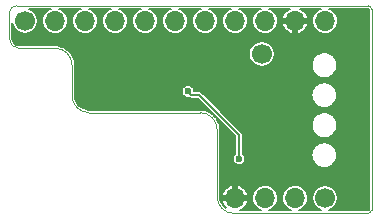
<source format=gbl>
G04 #@! TF.GenerationSoftware,KiCad,Pcbnew,5.0.1*
G04 #@! TF.CreationDate,2019-10-27T19:11:33+01:00*
G04 #@! TF.ProjectId,OtterPill-CAN,4F7474657250696C6C2D43414E2E6B69,rev?*
G04 #@! TF.SameCoordinates,Original*
G04 #@! TF.FileFunction,Copper,L2,Bot,Signal*
G04 #@! TF.FilePolarity,Positive*
%FSLAX46Y46*%
G04 Gerber Fmt 4.6, Leading zero omitted, Abs format (unit mm)*
G04 Created by KiCad (PCBNEW 5.0.1) date Sun 27 Oct 2019 07:11:33 PM CET*
%MOMM*%
%LPD*%
G01*
G04 APERTURE LIST*
G04 #@! TA.AperFunction,NonConductor*
%ADD10C,0.050000*%
G04 #@! TD*
G04 #@! TA.AperFunction,ComponentPad*
%ADD11C,1.700000*%
G04 #@! TD*
G04 #@! TA.AperFunction,ComponentPad*
%ADD12O,1.700000X1.700000*%
G04 #@! TD*
G04 #@! TA.AperFunction,ViaPad*
%ADD13C,0.600000*%
G04 #@! TD*
G04 #@! TA.AperFunction,Conductor*
%ADD14C,0.157000*%
G04 #@! TD*
G04 APERTURE END LIST*
D10*
X63200000Y-37100000D02*
G75*
G02X62900000Y-37400000I-300000J0D01*
G01*
X62900000Y-19800000D02*
G75*
G02X63200000Y-20100000I0J-300000D01*
G01*
X32530000Y-20410000D02*
G75*
G02X33140000Y-19800000I610000J0D01*
G01*
X33320000Y-23405246D02*
X36404426Y-23405246D01*
X32530000Y-22615246D02*
G75*
G03X33320000Y-23405246I790000J0D01*
G01*
X37834459Y-24835279D02*
G75*
G03X36404426Y-23405246I-1430033J0D01*
G01*
X37834459Y-27430000D02*
X37834459Y-24835279D01*
X50115574Y-35969966D02*
G75*
G03X51545608Y-37400000I1430034J0D01*
G01*
X37834459Y-27430000D02*
G75*
G03X39264493Y-28860034I1430034J0D01*
G01*
X48690000Y-28860000D02*
X39260000Y-28860000D01*
X50115574Y-30290034D02*
G75*
G03X48685540Y-28860000I-1430034J0D01*
G01*
X50115574Y-35964754D02*
X50115574Y-30294754D01*
X32530000Y-20410000D02*
X32530000Y-22615246D01*
X62900000Y-19800000D02*
X33140000Y-19800000D01*
X63200000Y-20110000D02*
X63200000Y-37100000D01*
X51540000Y-37400000D02*
X62900000Y-37400000D01*
D11*
G04 #@! TO.P,J7,1*
G04 #@! TO.N,Net-(J7-Pad1)*
X53900000Y-23900000D03*
G04 #@! TD*
G04 #@! TO.P,J1,1*
G04 #@! TO.N,315*
X59260000Y-36100000D03*
D12*
G04 #@! TO.P,J1,2*
G04 #@! TO.N,314*
X56720000Y-36100000D03*
G04 #@! TO.P,J1,3*
G04 #@! TO.N,TXD*
X54180000Y-36100000D03*
G04 #@! TO.P,J1,4*
G04 #@! TO.N,GND*
X51640000Y-36100000D03*
G04 #@! TD*
D11*
G04 #@! TO.P,J2,1*
G04 #@! TO.N,RXD*
X33860000Y-21100000D03*
D12*
G04 #@! TO.P,J2,2*
G04 #@! TO.N,46*
X36400000Y-21100000D03*
G04 #@! TO.P,J2,3*
G04 #@! TO.N,47*
X38940000Y-21100000D03*
G04 #@! TO.P,J2,4*
G04 #@! TO.N,48*
X41480000Y-21100000D03*
G04 #@! TO.P,J2,5*
G04 #@! TO.N,49*
X44020000Y-21100000D03*
G04 #@! TO.P,J2,6*
G04 #@! TO.N,410*
X46560000Y-21100000D03*
G04 #@! TO.P,J2,7*
G04 #@! TO.N,411*
X49100000Y-21100000D03*
G04 #@! TO.P,J2,8*
G04 #@! TO.N,+3V3*
X51640000Y-21100000D03*
G04 #@! TO.P,J2,9*
G04 #@! TO.N,413*
X54180000Y-21100000D03*
G04 #@! TO.P,J2,10*
G04 #@! TO.N,GND*
X56720000Y-21100000D03*
G04 #@! TO.P,J2,11*
G04 #@! TO.N,VIN*
X59260000Y-21100000D03*
G04 #@! TD*
D13*
G04 #@! TO.N,GND*
X57610000Y-27350000D03*
X57620000Y-29850000D03*
X56590000Y-27350000D03*
X56560000Y-29870000D03*
X58280000Y-28610000D03*
X45910000Y-25330000D03*
X46020000Y-27880000D03*
X42350000Y-23850000D03*
X46920000Y-23920000D03*
X56230000Y-24620000D03*
X53720000Y-27330000D03*
X53710000Y-29840000D03*
X40110000Y-23460000D03*
X38050000Y-23590000D03*
X39920000Y-28090000D03*
X54310000Y-33110000D03*
X57660000Y-33420000D03*
G04 #@! TO.N,+3V3*
X51970000Y-32770000D03*
X47650000Y-27070000D03*
G04 #@! TD*
D14*
G04 #@! TO.N,+3V3*
X47949999Y-27369999D02*
X48599999Y-27369999D01*
X47650000Y-27070000D02*
X47949999Y-27369999D01*
X51970000Y-30740000D02*
X51970000Y-32770000D01*
X48599999Y-27369999D02*
X51970000Y-30740000D01*
G04 #@! TD*
G04 #@! TO.N,GND*
G36*
X35982587Y-20092277D02*
X35794011Y-20193073D01*
X35628722Y-20328722D01*
X35493073Y-20494011D01*
X35392277Y-20682587D01*
X35330206Y-20887205D01*
X35309248Y-21100000D01*
X35330206Y-21312795D01*
X35392277Y-21517413D01*
X35493073Y-21705989D01*
X35628722Y-21871278D01*
X35794011Y-22006927D01*
X35982587Y-22107723D01*
X36187205Y-22169794D01*
X36346674Y-22185500D01*
X36453326Y-22185500D01*
X36612795Y-22169794D01*
X36817413Y-22107723D01*
X37005989Y-22006927D01*
X37171278Y-21871278D01*
X37306927Y-21705989D01*
X37407723Y-21517413D01*
X37469794Y-21312795D01*
X37490752Y-21100000D01*
X37469794Y-20887205D01*
X37407723Y-20682587D01*
X37306927Y-20494011D01*
X37171278Y-20328722D01*
X37005989Y-20193073D01*
X36817413Y-20092277D01*
X36712660Y-20060500D01*
X38627340Y-20060500D01*
X38522587Y-20092277D01*
X38334011Y-20193073D01*
X38168722Y-20328722D01*
X38033073Y-20494011D01*
X37932277Y-20682587D01*
X37870206Y-20887205D01*
X37849248Y-21100000D01*
X37870206Y-21312795D01*
X37932277Y-21517413D01*
X38033073Y-21705989D01*
X38168722Y-21871278D01*
X38334011Y-22006927D01*
X38522587Y-22107723D01*
X38727205Y-22169794D01*
X38886674Y-22185500D01*
X38993326Y-22185500D01*
X39152795Y-22169794D01*
X39357413Y-22107723D01*
X39545989Y-22006927D01*
X39711278Y-21871278D01*
X39846927Y-21705989D01*
X39947723Y-21517413D01*
X40009794Y-21312795D01*
X40030752Y-21100000D01*
X40009794Y-20887205D01*
X39947723Y-20682587D01*
X39846927Y-20494011D01*
X39711278Y-20328722D01*
X39545989Y-20193073D01*
X39357413Y-20092277D01*
X39252660Y-20060500D01*
X41167340Y-20060500D01*
X41062587Y-20092277D01*
X40874011Y-20193073D01*
X40708722Y-20328722D01*
X40573073Y-20494011D01*
X40472277Y-20682587D01*
X40410206Y-20887205D01*
X40389248Y-21100000D01*
X40410206Y-21312795D01*
X40472277Y-21517413D01*
X40573073Y-21705989D01*
X40708722Y-21871278D01*
X40874011Y-22006927D01*
X41062587Y-22107723D01*
X41267205Y-22169794D01*
X41426674Y-22185500D01*
X41533326Y-22185500D01*
X41692795Y-22169794D01*
X41897413Y-22107723D01*
X42085989Y-22006927D01*
X42251278Y-21871278D01*
X42386927Y-21705989D01*
X42487723Y-21517413D01*
X42549794Y-21312795D01*
X42570752Y-21100000D01*
X42549794Y-20887205D01*
X42487723Y-20682587D01*
X42386927Y-20494011D01*
X42251278Y-20328722D01*
X42085989Y-20193073D01*
X41897413Y-20092277D01*
X41792660Y-20060500D01*
X43707340Y-20060500D01*
X43602587Y-20092277D01*
X43414011Y-20193073D01*
X43248722Y-20328722D01*
X43113073Y-20494011D01*
X43012277Y-20682587D01*
X42950206Y-20887205D01*
X42929248Y-21100000D01*
X42950206Y-21312795D01*
X43012277Y-21517413D01*
X43113073Y-21705989D01*
X43248722Y-21871278D01*
X43414011Y-22006927D01*
X43602587Y-22107723D01*
X43807205Y-22169794D01*
X43966674Y-22185500D01*
X44073326Y-22185500D01*
X44232795Y-22169794D01*
X44437413Y-22107723D01*
X44625989Y-22006927D01*
X44791278Y-21871278D01*
X44926927Y-21705989D01*
X45027723Y-21517413D01*
X45089794Y-21312795D01*
X45110752Y-21100000D01*
X45089794Y-20887205D01*
X45027723Y-20682587D01*
X44926927Y-20494011D01*
X44791278Y-20328722D01*
X44625989Y-20193073D01*
X44437413Y-20092277D01*
X44332660Y-20060500D01*
X46247340Y-20060500D01*
X46142587Y-20092277D01*
X45954011Y-20193073D01*
X45788722Y-20328722D01*
X45653073Y-20494011D01*
X45552277Y-20682587D01*
X45490206Y-20887205D01*
X45469248Y-21100000D01*
X45490206Y-21312795D01*
X45552277Y-21517413D01*
X45653073Y-21705989D01*
X45788722Y-21871278D01*
X45954011Y-22006927D01*
X46142587Y-22107723D01*
X46347205Y-22169794D01*
X46506674Y-22185500D01*
X46613326Y-22185500D01*
X46772795Y-22169794D01*
X46977413Y-22107723D01*
X47165989Y-22006927D01*
X47331278Y-21871278D01*
X47466927Y-21705989D01*
X47567723Y-21517413D01*
X47629794Y-21312795D01*
X47650752Y-21100000D01*
X47629794Y-20887205D01*
X47567723Y-20682587D01*
X47466927Y-20494011D01*
X47331278Y-20328722D01*
X47165989Y-20193073D01*
X46977413Y-20092277D01*
X46872660Y-20060500D01*
X48787340Y-20060500D01*
X48682587Y-20092277D01*
X48494011Y-20193073D01*
X48328722Y-20328722D01*
X48193073Y-20494011D01*
X48092277Y-20682587D01*
X48030206Y-20887205D01*
X48009248Y-21100000D01*
X48030206Y-21312795D01*
X48092277Y-21517413D01*
X48193073Y-21705989D01*
X48328722Y-21871278D01*
X48494011Y-22006927D01*
X48682587Y-22107723D01*
X48887205Y-22169794D01*
X49046674Y-22185500D01*
X49153326Y-22185500D01*
X49312795Y-22169794D01*
X49517413Y-22107723D01*
X49705989Y-22006927D01*
X49871278Y-21871278D01*
X50006927Y-21705989D01*
X50107723Y-21517413D01*
X50169794Y-21312795D01*
X50190752Y-21100000D01*
X50169794Y-20887205D01*
X50107723Y-20682587D01*
X50006927Y-20494011D01*
X49871278Y-20328722D01*
X49705989Y-20193073D01*
X49517413Y-20092277D01*
X49412660Y-20060500D01*
X51327340Y-20060500D01*
X51222587Y-20092277D01*
X51034011Y-20193073D01*
X50868722Y-20328722D01*
X50733073Y-20494011D01*
X50632277Y-20682587D01*
X50570206Y-20887205D01*
X50549248Y-21100000D01*
X50570206Y-21312795D01*
X50632277Y-21517413D01*
X50733073Y-21705989D01*
X50868722Y-21871278D01*
X51034011Y-22006927D01*
X51222587Y-22107723D01*
X51427205Y-22169794D01*
X51586674Y-22185500D01*
X51693326Y-22185500D01*
X51852795Y-22169794D01*
X52057413Y-22107723D01*
X52245989Y-22006927D01*
X52411278Y-21871278D01*
X52546927Y-21705989D01*
X52647723Y-21517413D01*
X52709794Y-21312795D01*
X52730752Y-21100000D01*
X52709794Y-20887205D01*
X52647723Y-20682587D01*
X52546927Y-20494011D01*
X52411278Y-20328722D01*
X52245989Y-20193073D01*
X52057413Y-20092277D01*
X51952660Y-20060500D01*
X53867340Y-20060500D01*
X53762587Y-20092277D01*
X53574011Y-20193073D01*
X53408722Y-20328722D01*
X53273073Y-20494011D01*
X53172277Y-20682587D01*
X53110206Y-20887205D01*
X53089248Y-21100000D01*
X53110206Y-21312795D01*
X53172277Y-21517413D01*
X53273073Y-21705989D01*
X53408722Y-21871278D01*
X53574011Y-22006927D01*
X53762587Y-22107723D01*
X53967205Y-22169794D01*
X54126674Y-22185500D01*
X54233326Y-22185500D01*
X54392795Y-22169794D01*
X54597413Y-22107723D01*
X54785989Y-22006927D01*
X54951278Y-21871278D01*
X55086927Y-21705989D01*
X55187723Y-21517413D01*
X55208861Y-21447729D01*
X55646400Y-21447729D01*
X55734867Y-21650496D01*
X55861192Y-21832108D01*
X56020521Y-21985586D01*
X56206731Y-22105031D01*
X56372272Y-22173591D01*
X56544500Y-22144230D01*
X56544500Y-21275500D01*
X56895500Y-21275500D01*
X56895500Y-22144230D01*
X57067728Y-22173591D01*
X57233269Y-22105031D01*
X57419479Y-21985586D01*
X57578808Y-21832108D01*
X57705133Y-21650496D01*
X57793600Y-21447729D01*
X57765154Y-21275500D01*
X56895500Y-21275500D01*
X56544500Y-21275500D01*
X55674846Y-21275500D01*
X55646400Y-21447729D01*
X55208861Y-21447729D01*
X55249794Y-21312795D01*
X55270752Y-21100000D01*
X55249794Y-20887205D01*
X55187723Y-20682587D01*
X55086927Y-20494011D01*
X54951278Y-20328722D01*
X54785989Y-20193073D01*
X54597413Y-20092277D01*
X54492660Y-20060500D01*
X56289958Y-20060500D01*
X56206731Y-20094969D01*
X56020521Y-20214414D01*
X55861192Y-20367892D01*
X55734867Y-20549504D01*
X55646400Y-20752271D01*
X55674846Y-20924500D01*
X56544500Y-20924500D01*
X56544500Y-20904500D01*
X56895500Y-20904500D01*
X56895500Y-20924500D01*
X57765154Y-20924500D01*
X57793600Y-20752271D01*
X57705133Y-20549504D01*
X57578808Y-20367892D01*
X57419479Y-20214414D01*
X57233269Y-20094969D01*
X57150042Y-20060500D01*
X58947340Y-20060500D01*
X58842587Y-20092277D01*
X58654011Y-20193073D01*
X58488722Y-20328722D01*
X58353073Y-20494011D01*
X58252277Y-20682587D01*
X58190206Y-20887205D01*
X58169248Y-21100000D01*
X58190206Y-21312795D01*
X58252277Y-21517413D01*
X58353073Y-21705989D01*
X58488722Y-21871278D01*
X58654011Y-22006927D01*
X58842587Y-22107723D01*
X59047205Y-22169794D01*
X59206674Y-22185500D01*
X59313326Y-22185500D01*
X59472795Y-22169794D01*
X59677413Y-22107723D01*
X59865989Y-22006927D01*
X60031278Y-21871278D01*
X60166927Y-21705989D01*
X60267723Y-21517413D01*
X60329794Y-21312795D01*
X60350752Y-21100000D01*
X60329794Y-20887205D01*
X60267723Y-20682587D01*
X60166927Y-20494011D01*
X60031278Y-20328722D01*
X59865989Y-20193073D01*
X59677413Y-20092277D01*
X59572660Y-20060500D01*
X62887260Y-20060500D01*
X62907432Y-20062478D01*
X62914573Y-20064634D01*
X62921165Y-20068139D01*
X62926955Y-20072861D01*
X62931710Y-20078608D01*
X62935262Y-20085179D01*
X62937470Y-20092311D01*
X62939500Y-20111624D01*
X62939501Y-37087250D01*
X62937522Y-37107432D01*
X62935366Y-37114575D01*
X62931862Y-37121163D01*
X62927140Y-37126954D01*
X62921389Y-37131711D01*
X62914821Y-37135263D01*
X62907690Y-37137470D01*
X62888376Y-37139500D01*
X59586974Y-37139500D01*
X59774177Y-37061957D01*
X59951966Y-36943163D01*
X60103163Y-36791966D01*
X60221957Y-36614177D01*
X60303785Y-36416629D01*
X60345500Y-36206912D01*
X60345500Y-35993088D01*
X60303785Y-35783371D01*
X60221957Y-35585823D01*
X60103163Y-35408034D01*
X59951966Y-35256837D01*
X59774177Y-35138043D01*
X59576629Y-35056215D01*
X59366912Y-35014500D01*
X59153088Y-35014500D01*
X58943371Y-35056215D01*
X58745823Y-35138043D01*
X58568034Y-35256837D01*
X58416837Y-35408034D01*
X58298043Y-35585823D01*
X58216215Y-35783371D01*
X58174500Y-35993088D01*
X58174500Y-36206912D01*
X58216215Y-36416629D01*
X58298043Y-36614177D01*
X58416837Y-36791966D01*
X58568034Y-36943163D01*
X58745823Y-37061957D01*
X58933026Y-37139500D01*
X57032660Y-37139500D01*
X57137413Y-37107723D01*
X57325989Y-37006927D01*
X57491278Y-36871278D01*
X57626927Y-36705989D01*
X57727723Y-36517413D01*
X57789794Y-36312795D01*
X57810752Y-36100000D01*
X57789794Y-35887205D01*
X57727723Y-35682587D01*
X57626927Y-35494011D01*
X57491278Y-35328722D01*
X57325989Y-35193073D01*
X57137413Y-35092277D01*
X56932795Y-35030206D01*
X56773326Y-35014500D01*
X56666674Y-35014500D01*
X56507205Y-35030206D01*
X56302587Y-35092277D01*
X56114011Y-35193073D01*
X55948722Y-35328722D01*
X55813073Y-35494011D01*
X55712277Y-35682587D01*
X55650206Y-35887205D01*
X55629248Y-36100000D01*
X55650206Y-36312795D01*
X55712277Y-36517413D01*
X55813073Y-36705989D01*
X55948722Y-36871278D01*
X56114011Y-37006927D01*
X56302587Y-37107723D01*
X56407340Y-37139500D01*
X54492660Y-37139500D01*
X54597413Y-37107723D01*
X54785989Y-37006927D01*
X54951278Y-36871278D01*
X55086927Y-36705989D01*
X55187723Y-36517413D01*
X55249794Y-36312795D01*
X55270752Y-36100000D01*
X55249794Y-35887205D01*
X55187723Y-35682587D01*
X55086927Y-35494011D01*
X54951278Y-35328722D01*
X54785989Y-35193073D01*
X54597413Y-35092277D01*
X54392795Y-35030206D01*
X54233326Y-35014500D01*
X54126674Y-35014500D01*
X53967205Y-35030206D01*
X53762587Y-35092277D01*
X53574011Y-35193073D01*
X53408722Y-35328722D01*
X53273073Y-35494011D01*
X53172277Y-35682587D01*
X53110206Y-35887205D01*
X53089248Y-36100000D01*
X53110206Y-36312795D01*
X53172277Y-36517413D01*
X53273073Y-36705989D01*
X53408722Y-36871278D01*
X53574011Y-37006927D01*
X53762587Y-37107723D01*
X53867340Y-37139500D01*
X52070042Y-37139500D01*
X52153269Y-37105031D01*
X52339479Y-36985586D01*
X52498808Y-36832108D01*
X52625133Y-36650496D01*
X52713600Y-36447729D01*
X52685154Y-36275500D01*
X51815500Y-36275500D01*
X51815500Y-36295500D01*
X51464500Y-36295500D01*
X51464500Y-36275500D01*
X50594846Y-36275500D01*
X50566400Y-36447729D01*
X50654867Y-36650496D01*
X50781192Y-36832108D01*
X50881349Y-36928587D01*
X50722392Y-36798944D01*
X50577054Y-36623260D01*
X50468610Y-36422696D01*
X50401185Y-36204882D01*
X50376074Y-35965964D01*
X50376074Y-35752271D01*
X50566400Y-35752271D01*
X50594846Y-35924500D01*
X51464500Y-35924500D01*
X51464500Y-35055770D01*
X51815500Y-35055770D01*
X51815500Y-35924500D01*
X52685154Y-35924500D01*
X52713600Y-35752271D01*
X52625133Y-35549504D01*
X52498808Y-35367892D01*
X52339479Y-35214414D01*
X52153269Y-35094969D01*
X51987728Y-35026409D01*
X51815500Y-35055770D01*
X51464500Y-35055770D01*
X51292272Y-35026409D01*
X51126731Y-35094969D01*
X50940521Y-35214414D01*
X50781192Y-35367892D01*
X50654867Y-35549504D01*
X50566400Y-35752271D01*
X50376074Y-35752271D01*
X50376074Y-30281962D01*
X50376046Y-30281677D01*
X50376037Y-30279138D01*
X50374887Y-30267820D01*
X50374967Y-30256441D01*
X50374612Y-30252822D01*
X50345439Y-29975257D01*
X50340692Y-29952131D01*
X50336268Y-29928936D01*
X50335216Y-29925454D01*
X50252686Y-29658842D01*
X50243529Y-29637058D01*
X50234692Y-29615185D01*
X50232989Y-29611983D01*
X50232985Y-29611974D01*
X50232980Y-29611967D01*
X50100240Y-29366469D01*
X50087028Y-29346881D01*
X50074109Y-29327138D01*
X50071816Y-29324327D01*
X50071811Y-29324320D01*
X50071805Y-29324314D01*
X49893910Y-29109275D01*
X49877172Y-29092653D01*
X49860638Y-29075769D01*
X49857835Y-29073451D01*
X49641553Y-28897055D01*
X49621874Y-28883980D01*
X49602405Y-28870649D01*
X49599211Y-28868923D01*
X49599207Y-28868920D01*
X49599203Y-28868918D01*
X49352781Y-28737894D01*
X49330941Y-28728892D01*
X49309251Y-28719595D01*
X49305777Y-28718520D01*
X49038595Y-28637853D01*
X49015428Y-28633266D01*
X48992340Y-28628358D01*
X48988723Y-28627978D01*
X48743137Y-28603898D01*
X48741067Y-28603270D01*
X48702792Y-28599500D01*
X39276890Y-28599500D01*
X39037572Y-28576034D01*
X38819292Y-28510132D01*
X38617975Y-28403090D01*
X38441277Y-28258978D01*
X38295939Y-28083294D01*
X38187495Y-27882730D01*
X38120070Y-27664916D01*
X38094959Y-27425998D01*
X38094959Y-27017258D01*
X47114500Y-27017258D01*
X47114500Y-27122742D01*
X47135079Y-27226200D01*
X47175446Y-27323654D01*
X47234050Y-27411361D01*
X47308639Y-27485950D01*
X47396346Y-27544554D01*
X47493800Y-27584921D01*
X47597258Y-27605500D01*
X47702742Y-27605500D01*
X47734338Y-27599215D01*
X47774706Y-27632343D01*
X47829255Y-27661501D01*
X47888444Y-27679455D01*
X47949999Y-27685518D01*
X47965420Y-27683999D01*
X48469937Y-27683999D01*
X51656000Y-30870063D01*
X51656001Y-32335767D01*
X51628639Y-32354050D01*
X51554050Y-32428639D01*
X51495446Y-32516346D01*
X51455079Y-32613800D01*
X51434500Y-32717258D01*
X51434500Y-32822742D01*
X51455079Y-32926200D01*
X51495446Y-33023654D01*
X51554050Y-33111361D01*
X51628639Y-33185950D01*
X51716346Y-33244554D01*
X51813800Y-33284921D01*
X51917258Y-33305500D01*
X52022742Y-33305500D01*
X52126200Y-33284921D01*
X52223654Y-33244554D01*
X52311361Y-33185950D01*
X52385950Y-33111361D01*
X52444554Y-33023654D01*
X52484921Y-32926200D01*
X52505500Y-32822742D01*
X52505500Y-32717258D01*
X52484921Y-32613800D01*
X52444554Y-32516346D01*
X52413587Y-32470000D01*
X58109248Y-32470000D01*
X58130206Y-32682795D01*
X58192277Y-32887413D01*
X58293073Y-33075989D01*
X58428722Y-33241278D01*
X58594011Y-33376927D01*
X58782587Y-33477723D01*
X58987205Y-33539794D01*
X59146674Y-33555500D01*
X59253326Y-33555500D01*
X59412795Y-33539794D01*
X59617413Y-33477723D01*
X59805989Y-33376927D01*
X59971278Y-33241278D01*
X60106927Y-33075989D01*
X60207723Y-32887413D01*
X60269794Y-32682795D01*
X60290752Y-32470000D01*
X60269794Y-32257205D01*
X60207723Y-32052587D01*
X60106927Y-31864011D01*
X59971278Y-31698722D01*
X59805989Y-31563073D01*
X59617413Y-31462277D01*
X59412795Y-31400206D01*
X59253326Y-31384500D01*
X59146674Y-31384500D01*
X58987205Y-31400206D01*
X58782587Y-31462277D01*
X58594011Y-31563073D01*
X58428722Y-31698722D01*
X58293073Y-31864011D01*
X58192277Y-32052587D01*
X58130206Y-32257205D01*
X58109248Y-32470000D01*
X52413587Y-32470000D01*
X52385950Y-32428639D01*
X52311361Y-32354050D01*
X52284000Y-32335768D01*
X52284000Y-30755421D01*
X52285519Y-30739999D01*
X52279456Y-30678445D01*
X52261502Y-30619256D01*
X52232344Y-30564707D01*
X52193106Y-30516894D01*
X52181125Y-30507062D01*
X51497151Y-29823088D01*
X58114500Y-29823088D01*
X58114500Y-30036912D01*
X58156215Y-30246629D01*
X58238043Y-30444177D01*
X58356837Y-30621966D01*
X58508034Y-30773163D01*
X58685823Y-30891957D01*
X58883371Y-30973785D01*
X59093088Y-31015500D01*
X59306912Y-31015500D01*
X59516629Y-30973785D01*
X59714177Y-30891957D01*
X59891966Y-30773163D01*
X60043163Y-30621966D01*
X60161957Y-30444177D01*
X60243785Y-30246629D01*
X60285500Y-30036912D01*
X60285500Y-29823088D01*
X60243785Y-29613371D01*
X60161957Y-29415823D01*
X60043163Y-29238034D01*
X59891966Y-29086837D01*
X59714177Y-28968043D01*
X59516629Y-28886215D01*
X59306912Y-28844500D01*
X59093088Y-28844500D01*
X58883371Y-28886215D01*
X58685823Y-28968043D01*
X58508034Y-29086837D01*
X58356837Y-29238034D01*
X58238043Y-29415823D01*
X58156215Y-29613371D01*
X58114500Y-29823088D01*
X51497151Y-29823088D01*
X49064063Y-27390000D01*
X58109248Y-27390000D01*
X58130206Y-27602795D01*
X58192277Y-27807413D01*
X58293073Y-27995989D01*
X58428722Y-28161278D01*
X58594011Y-28296927D01*
X58782587Y-28397723D01*
X58987205Y-28459794D01*
X59146674Y-28475500D01*
X59253326Y-28475500D01*
X59412795Y-28459794D01*
X59617413Y-28397723D01*
X59805989Y-28296927D01*
X59971278Y-28161278D01*
X60106927Y-27995989D01*
X60207723Y-27807413D01*
X60269794Y-27602795D01*
X60290752Y-27390000D01*
X60269794Y-27177205D01*
X60207723Y-26972587D01*
X60106927Y-26784011D01*
X59971278Y-26618722D01*
X59805989Y-26483073D01*
X59617413Y-26382277D01*
X59412795Y-26320206D01*
X59253326Y-26304500D01*
X59146674Y-26304500D01*
X58987205Y-26320206D01*
X58782587Y-26382277D01*
X58594011Y-26483073D01*
X58428722Y-26618722D01*
X58293073Y-26784011D01*
X58192277Y-26972587D01*
X58130206Y-27177205D01*
X58109248Y-27390000D01*
X49064063Y-27390000D01*
X48832943Y-27158881D01*
X48823105Y-27146893D01*
X48775292Y-27107655D01*
X48720743Y-27078497D01*
X48661554Y-27060543D01*
X48615421Y-27055999D01*
X48615420Y-27055999D01*
X48599999Y-27054480D01*
X48584578Y-27055999D01*
X48185500Y-27055999D01*
X48185500Y-27017258D01*
X48164921Y-26913800D01*
X48124554Y-26816346D01*
X48065950Y-26728639D01*
X47991361Y-26654050D01*
X47903654Y-26595446D01*
X47806200Y-26555079D01*
X47702742Y-26534500D01*
X47597258Y-26534500D01*
X47493800Y-26555079D01*
X47396346Y-26595446D01*
X47308639Y-26654050D01*
X47234050Y-26728639D01*
X47175446Y-26816346D01*
X47135079Y-26913800D01*
X47114500Y-27017258D01*
X38094959Y-27017258D01*
X38094959Y-24822487D01*
X38093789Y-24810613D01*
X38093852Y-24801686D01*
X38093497Y-24798067D01*
X38064324Y-24520502D01*
X38059577Y-24497376D01*
X38055153Y-24474181D01*
X38054101Y-24470699D01*
X37971571Y-24204087D01*
X37962414Y-24182303D01*
X37953577Y-24160430D01*
X37951870Y-24157219D01*
X37819125Y-23911715D01*
X37805925Y-23892144D01*
X37792995Y-23872385D01*
X37790696Y-23869566D01*
X37727429Y-23793088D01*
X52814500Y-23793088D01*
X52814500Y-24006912D01*
X52856215Y-24216629D01*
X52938043Y-24414177D01*
X53056837Y-24591966D01*
X53208034Y-24743163D01*
X53385823Y-24861957D01*
X53583371Y-24943785D01*
X53793088Y-24985500D01*
X54006912Y-24985500D01*
X54216629Y-24943785D01*
X54414177Y-24861957D01*
X54591966Y-24743163D01*
X54592041Y-24743088D01*
X58114500Y-24743088D01*
X58114500Y-24956912D01*
X58156215Y-25166629D01*
X58238043Y-25364177D01*
X58356837Y-25541966D01*
X58508034Y-25693163D01*
X58685823Y-25811957D01*
X58883371Y-25893785D01*
X59093088Y-25935500D01*
X59306912Y-25935500D01*
X59516629Y-25893785D01*
X59714177Y-25811957D01*
X59891966Y-25693163D01*
X60043163Y-25541966D01*
X60161957Y-25364177D01*
X60243785Y-25166629D01*
X60285500Y-24956912D01*
X60285500Y-24743088D01*
X60243785Y-24533371D01*
X60161957Y-24335823D01*
X60043163Y-24158034D01*
X59891966Y-24006837D01*
X59714177Y-23888043D01*
X59516629Y-23806215D01*
X59306912Y-23764500D01*
X59093088Y-23764500D01*
X58883371Y-23806215D01*
X58685823Y-23888043D01*
X58508034Y-24006837D01*
X58356837Y-24158034D01*
X58238043Y-24335823D01*
X58156215Y-24533371D01*
X58114500Y-24743088D01*
X54592041Y-24743088D01*
X54743163Y-24591966D01*
X54861957Y-24414177D01*
X54943785Y-24216629D01*
X54985500Y-24006912D01*
X54985500Y-23793088D01*
X54943785Y-23583371D01*
X54861957Y-23385823D01*
X54743163Y-23208034D01*
X54591966Y-23056837D01*
X54414177Y-22938043D01*
X54216629Y-22856215D01*
X54006912Y-22814500D01*
X53793088Y-22814500D01*
X53583371Y-22856215D01*
X53385823Y-22938043D01*
X53208034Y-23056837D01*
X53056837Y-23208034D01*
X52938043Y-23385823D01*
X52856215Y-23583371D01*
X52814500Y-23793088D01*
X37727429Y-23793088D01*
X37612795Y-23654520D01*
X37596020Y-23637862D01*
X37579522Y-23621014D01*
X37576725Y-23618701D01*
X37576720Y-23618696D01*
X37576715Y-23618692D01*
X37360437Y-23442301D01*
X37340791Y-23429248D01*
X37321290Y-23415895D01*
X37318091Y-23414166D01*
X37071666Y-23283140D01*
X37049807Y-23274130D01*
X37028137Y-23264842D01*
X37024662Y-23263766D01*
X36757481Y-23183099D01*
X36734308Y-23178511D01*
X36711226Y-23173604D01*
X36707609Y-23173224D01*
X36429847Y-23145989D01*
X36429838Y-23145989D01*
X36417218Y-23144746D01*
X33332743Y-23144746D01*
X33217393Y-23133436D01*
X33118701Y-23103639D01*
X33027669Y-23055236D01*
X32947779Y-22990080D01*
X32882061Y-22910640D01*
X32833024Y-22819949D01*
X32802539Y-22721467D01*
X32790500Y-22606926D01*
X32790500Y-21287350D01*
X32816215Y-21416629D01*
X32898043Y-21614177D01*
X33016837Y-21791966D01*
X33168034Y-21943163D01*
X33345823Y-22061957D01*
X33543371Y-22143785D01*
X33753088Y-22185500D01*
X33966912Y-22185500D01*
X34176629Y-22143785D01*
X34374177Y-22061957D01*
X34551966Y-21943163D01*
X34703163Y-21791966D01*
X34821957Y-21614177D01*
X34903785Y-21416629D01*
X34945500Y-21206912D01*
X34945500Y-20993088D01*
X34903785Y-20783371D01*
X34821957Y-20585823D01*
X34703163Y-20408034D01*
X34551966Y-20256837D01*
X34374177Y-20138043D01*
X34186974Y-20060500D01*
X36087340Y-20060500D01*
X35982587Y-20092277D01*
X35982587Y-20092277D01*
G37*
X35982587Y-20092277D02*
X35794011Y-20193073D01*
X35628722Y-20328722D01*
X35493073Y-20494011D01*
X35392277Y-20682587D01*
X35330206Y-20887205D01*
X35309248Y-21100000D01*
X35330206Y-21312795D01*
X35392277Y-21517413D01*
X35493073Y-21705989D01*
X35628722Y-21871278D01*
X35794011Y-22006927D01*
X35982587Y-22107723D01*
X36187205Y-22169794D01*
X36346674Y-22185500D01*
X36453326Y-22185500D01*
X36612795Y-22169794D01*
X36817413Y-22107723D01*
X37005989Y-22006927D01*
X37171278Y-21871278D01*
X37306927Y-21705989D01*
X37407723Y-21517413D01*
X37469794Y-21312795D01*
X37490752Y-21100000D01*
X37469794Y-20887205D01*
X37407723Y-20682587D01*
X37306927Y-20494011D01*
X37171278Y-20328722D01*
X37005989Y-20193073D01*
X36817413Y-20092277D01*
X36712660Y-20060500D01*
X38627340Y-20060500D01*
X38522587Y-20092277D01*
X38334011Y-20193073D01*
X38168722Y-20328722D01*
X38033073Y-20494011D01*
X37932277Y-20682587D01*
X37870206Y-20887205D01*
X37849248Y-21100000D01*
X37870206Y-21312795D01*
X37932277Y-21517413D01*
X38033073Y-21705989D01*
X38168722Y-21871278D01*
X38334011Y-22006927D01*
X38522587Y-22107723D01*
X38727205Y-22169794D01*
X38886674Y-22185500D01*
X38993326Y-22185500D01*
X39152795Y-22169794D01*
X39357413Y-22107723D01*
X39545989Y-22006927D01*
X39711278Y-21871278D01*
X39846927Y-21705989D01*
X39947723Y-21517413D01*
X40009794Y-21312795D01*
X40030752Y-21100000D01*
X40009794Y-20887205D01*
X39947723Y-20682587D01*
X39846927Y-20494011D01*
X39711278Y-20328722D01*
X39545989Y-20193073D01*
X39357413Y-20092277D01*
X39252660Y-20060500D01*
X41167340Y-20060500D01*
X41062587Y-20092277D01*
X40874011Y-20193073D01*
X40708722Y-20328722D01*
X40573073Y-20494011D01*
X40472277Y-20682587D01*
X40410206Y-20887205D01*
X40389248Y-21100000D01*
X40410206Y-21312795D01*
X40472277Y-21517413D01*
X40573073Y-21705989D01*
X40708722Y-21871278D01*
X40874011Y-22006927D01*
X41062587Y-22107723D01*
X41267205Y-22169794D01*
X41426674Y-22185500D01*
X41533326Y-22185500D01*
X41692795Y-22169794D01*
X41897413Y-22107723D01*
X42085989Y-22006927D01*
X42251278Y-21871278D01*
X42386927Y-21705989D01*
X42487723Y-21517413D01*
X42549794Y-21312795D01*
X42570752Y-21100000D01*
X42549794Y-20887205D01*
X42487723Y-20682587D01*
X42386927Y-20494011D01*
X42251278Y-20328722D01*
X42085989Y-20193073D01*
X41897413Y-20092277D01*
X41792660Y-20060500D01*
X43707340Y-20060500D01*
X43602587Y-20092277D01*
X43414011Y-20193073D01*
X43248722Y-20328722D01*
X43113073Y-20494011D01*
X43012277Y-20682587D01*
X42950206Y-20887205D01*
X42929248Y-21100000D01*
X42950206Y-21312795D01*
X43012277Y-21517413D01*
X43113073Y-21705989D01*
X43248722Y-21871278D01*
X43414011Y-22006927D01*
X43602587Y-22107723D01*
X43807205Y-22169794D01*
X43966674Y-22185500D01*
X44073326Y-22185500D01*
X44232795Y-22169794D01*
X44437413Y-22107723D01*
X44625989Y-22006927D01*
X44791278Y-21871278D01*
X44926927Y-21705989D01*
X45027723Y-21517413D01*
X45089794Y-21312795D01*
X45110752Y-21100000D01*
X45089794Y-20887205D01*
X45027723Y-20682587D01*
X44926927Y-20494011D01*
X44791278Y-20328722D01*
X44625989Y-20193073D01*
X44437413Y-20092277D01*
X44332660Y-20060500D01*
X46247340Y-20060500D01*
X46142587Y-20092277D01*
X45954011Y-20193073D01*
X45788722Y-20328722D01*
X45653073Y-20494011D01*
X45552277Y-20682587D01*
X45490206Y-20887205D01*
X45469248Y-21100000D01*
X45490206Y-21312795D01*
X45552277Y-21517413D01*
X45653073Y-21705989D01*
X45788722Y-21871278D01*
X45954011Y-22006927D01*
X46142587Y-22107723D01*
X46347205Y-22169794D01*
X46506674Y-22185500D01*
X46613326Y-22185500D01*
X46772795Y-22169794D01*
X46977413Y-22107723D01*
X47165989Y-22006927D01*
X47331278Y-21871278D01*
X47466927Y-21705989D01*
X47567723Y-21517413D01*
X47629794Y-21312795D01*
X47650752Y-21100000D01*
X47629794Y-20887205D01*
X47567723Y-20682587D01*
X47466927Y-20494011D01*
X47331278Y-20328722D01*
X47165989Y-20193073D01*
X46977413Y-20092277D01*
X46872660Y-20060500D01*
X48787340Y-20060500D01*
X48682587Y-20092277D01*
X48494011Y-20193073D01*
X48328722Y-20328722D01*
X48193073Y-20494011D01*
X48092277Y-20682587D01*
X48030206Y-20887205D01*
X48009248Y-21100000D01*
X48030206Y-21312795D01*
X48092277Y-21517413D01*
X48193073Y-21705989D01*
X48328722Y-21871278D01*
X48494011Y-22006927D01*
X48682587Y-22107723D01*
X48887205Y-22169794D01*
X49046674Y-22185500D01*
X49153326Y-22185500D01*
X49312795Y-22169794D01*
X49517413Y-22107723D01*
X49705989Y-22006927D01*
X49871278Y-21871278D01*
X50006927Y-21705989D01*
X50107723Y-21517413D01*
X50169794Y-21312795D01*
X50190752Y-21100000D01*
X50169794Y-20887205D01*
X50107723Y-20682587D01*
X50006927Y-20494011D01*
X49871278Y-20328722D01*
X49705989Y-20193073D01*
X49517413Y-20092277D01*
X49412660Y-20060500D01*
X51327340Y-20060500D01*
X51222587Y-20092277D01*
X51034011Y-20193073D01*
X50868722Y-20328722D01*
X50733073Y-20494011D01*
X50632277Y-20682587D01*
X50570206Y-20887205D01*
X50549248Y-21100000D01*
X50570206Y-21312795D01*
X50632277Y-21517413D01*
X50733073Y-21705989D01*
X50868722Y-21871278D01*
X51034011Y-22006927D01*
X51222587Y-22107723D01*
X51427205Y-22169794D01*
X51586674Y-22185500D01*
X51693326Y-22185500D01*
X51852795Y-22169794D01*
X52057413Y-22107723D01*
X52245989Y-22006927D01*
X52411278Y-21871278D01*
X52546927Y-21705989D01*
X52647723Y-21517413D01*
X52709794Y-21312795D01*
X52730752Y-21100000D01*
X52709794Y-20887205D01*
X52647723Y-20682587D01*
X52546927Y-20494011D01*
X52411278Y-20328722D01*
X52245989Y-20193073D01*
X52057413Y-20092277D01*
X51952660Y-20060500D01*
X53867340Y-20060500D01*
X53762587Y-20092277D01*
X53574011Y-20193073D01*
X53408722Y-20328722D01*
X53273073Y-20494011D01*
X53172277Y-20682587D01*
X53110206Y-20887205D01*
X53089248Y-21100000D01*
X53110206Y-21312795D01*
X53172277Y-21517413D01*
X53273073Y-21705989D01*
X53408722Y-21871278D01*
X53574011Y-22006927D01*
X53762587Y-22107723D01*
X53967205Y-22169794D01*
X54126674Y-22185500D01*
X54233326Y-22185500D01*
X54392795Y-22169794D01*
X54597413Y-22107723D01*
X54785989Y-22006927D01*
X54951278Y-21871278D01*
X55086927Y-21705989D01*
X55187723Y-21517413D01*
X55208861Y-21447729D01*
X55646400Y-21447729D01*
X55734867Y-21650496D01*
X55861192Y-21832108D01*
X56020521Y-21985586D01*
X56206731Y-22105031D01*
X56372272Y-22173591D01*
X56544500Y-22144230D01*
X56544500Y-21275500D01*
X56895500Y-21275500D01*
X56895500Y-22144230D01*
X57067728Y-22173591D01*
X57233269Y-22105031D01*
X57419479Y-21985586D01*
X57578808Y-21832108D01*
X57705133Y-21650496D01*
X57793600Y-21447729D01*
X57765154Y-21275500D01*
X56895500Y-21275500D01*
X56544500Y-21275500D01*
X55674846Y-21275500D01*
X55646400Y-21447729D01*
X55208861Y-21447729D01*
X55249794Y-21312795D01*
X55270752Y-21100000D01*
X55249794Y-20887205D01*
X55187723Y-20682587D01*
X55086927Y-20494011D01*
X54951278Y-20328722D01*
X54785989Y-20193073D01*
X54597413Y-20092277D01*
X54492660Y-20060500D01*
X56289958Y-20060500D01*
X56206731Y-20094969D01*
X56020521Y-20214414D01*
X55861192Y-20367892D01*
X55734867Y-20549504D01*
X55646400Y-20752271D01*
X55674846Y-20924500D01*
X56544500Y-20924500D01*
X56544500Y-20904500D01*
X56895500Y-20904500D01*
X56895500Y-20924500D01*
X57765154Y-20924500D01*
X57793600Y-20752271D01*
X57705133Y-20549504D01*
X57578808Y-20367892D01*
X57419479Y-20214414D01*
X57233269Y-20094969D01*
X57150042Y-20060500D01*
X58947340Y-20060500D01*
X58842587Y-20092277D01*
X58654011Y-20193073D01*
X58488722Y-20328722D01*
X58353073Y-20494011D01*
X58252277Y-20682587D01*
X58190206Y-20887205D01*
X58169248Y-21100000D01*
X58190206Y-21312795D01*
X58252277Y-21517413D01*
X58353073Y-21705989D01*
X58488722Y-21871278D01*
X58654011Y-22006927D01*
X58842587Y-22107723D01*
X59047205Y-22169794D01*
X59206674Y-22185500D01*
X59313326Y-22185500D01*
X59472795Y-22169794D01*
X59677413Y-22107723D01*
X59865989Y-22006927D01*
X60031278Y-21871278D01*
X60166927Y-21705989D01*
X60267723Y-21517413D01*
X60329794Y-21312795D01*
X60350752Y-21100000D01*
X60329794Y-20887205D01*
X60267723Y-20682587D01*
X60166927Y-20494011D01*
X60031278Y-20328722D01*
X59865989Y-20193073D01*
X59677413Y-20092277D01*
X59572660Y-20060500D01*
X62887260Y-20060500D01*
X62907432Y-20062478D01*
X62914573Y-20064634D01*
X62921165Y-20068139D01*
X62926955Y-20072861D01*
X62931710Y-20078608D01*
X62935262Y-20085179D01*
X62937470Y-20092311D01*
X62939500Y-20111624D01*
X62939501Y-37087250D01*
X62937522Y-37107432D01*
X62935366Y-37114575D01*
X62931862Y-37121163D01*
X62927140Y-37126954D01*
X62921389Y-37131711D01*
X62914821Y-37135263D01*
X62907690Y-37137470D01*
X62888376Y-37139500D01*
X59586974Y-37139500D01*
X59774177Y-37061957D01*
X59951966Y-36943163D01*
X60103163Y-36791966D01*
X60221957Y-36614177D01*
X60303785Y-36416629D01*
X60345500Y-36206912D01*
X60345500Y-35993088D01*
X60303785Y-35783371D01*
X60221957Y-35585823D01*
X60103163Y-35408034D01*
X59951966Y-35256837D01*
X59774177Y-35138043D01*
X59576629Y-35056215D01*
X59366912Y-35014500D01*
X59153088Y-35014500D01*
X58943371Y-35056215D01*
X58745823Y-35138043D01*
X58568034Y-35256837D01*
X58416837Y-35408034D01*
X58298043Y-35585823D01*
X58216215Y-35783371D01*
X58174500Y-35993088D01*
X58174500Y-36206912D01*
X58216215Y-36416629D01*
X58298043Y-36614177D01*
X58416837Y-36791966D01*
X58568034Y-36943163D01*
X58745823Y-37061957D01*
X58933026Y-37139500D01*
X57032660Y-37139500D01*
X57137413Y-37107723D01*
X57325989Y-37006927D01*
X57491278Y-36871278D01*
X57626927Y-36705989D01*
X57727723Y-36517413D01*
X57789794Y-36312795D01*
X57810752Y-36100000D01*
X57789794Y-35887205D01*
X57727723Y-35682587D01*
X57626927Y-35494011D01*
X57491278Y-35328722D01*
X57325989Y-35193073D01*
X57137413Y-35092277D01*
X56932795Y-35030206D01*
X56773326Y-35014500D01*
X56666674Y-35014500D01*
X56507205Y-35030206D01*
X56302587Y-35092277D01*
X56114011Y-35193073D01*
X55948722Y-35328722D01*
X55813073Y-35494011D01*
X55712277Y-35682587D01*
X55650206Y-35887205D01*
X55629248Y-36100000D01*
X55650206Y-36312795D01*
X55712277Y-36517413D01*
X55813073Y-36705989D01*
X55948722Y-36871278D01*
X56114011Y-37006927D01*
X56302587Y-37107723D01*
X56407340Y-37139500D01*
X54492660Y-37139500D01*
X54597413Y-37107723D01*
X54785989Y-37006927D01*
X54951278Y-36871278D01*
X55086927Y-36705989D01*
X55187723Y-36517413D01*
X55249794Y-36312795D01*
X55270752Y-36100000D01*
X55249794Y-35887205D01*
X55187723Y-35682587D01*
X55086927Y-35494011D01*
X54951278Y-35328722D01*
X54785989Y-35193073D01*
X54597413Y-35092277D01*
X54392795Y-35030206D01*
X54233326Y-35014500D01*
X54126674Y-35014500D01*
X53967205Y-35030206D01*
X53762587Y-35092277D01*
X53574011Y-35193073D01*
X53408722Y-35328722D01*
X53273073Y-35494011D01*
X53172277Y-35682587D01*
X53110206Y-35887205D01*
X53089248Y-36100000D01*
X53110206Y-36312795D01*
X53172277Y-36517413D01*
X53273073Y-36705989D01*
X53408722Y-36871278D01*
X53574011Y-37006927D01*
X53762587Y-37107723D01*
X53867340Y-37139500D01*
X52070042Y-37139500D01*
X52153269Y-37105031D01*
X52339479Y-36985586D01*
X52498808Y-36832108D01*
X52625133Y-36650496D01*
X52713600Y-36447729D01*
X52685154Y-36275500D01*
X51815500Y-36275500D01*
X51815500Y-36295500D01*
X51464500Y-36295500D01*
X51464500Y-36275500D01*
X50594846Y-36275500D01*
X50566400Y-36447729D01*
X50654867Y-36650496D01*
X50781192Y-36832108D01*
X50881349Y-36928587D01*
X50722392Y-36798944D01*
X50577054Y-36623260D01*
X50468610Y-36422696D01*
X50401185Y-36204882D01*
X50376074Y-35965964D01*
X50376074Y-35752271D01*
X50566400Y-35752271D01*
X50594846Y-35924500D01*
X51464500Y-35924500D01*
X51464500Y-35055770D01*
X51815500Y-35055770D01*
X51815500Y-35924500D01*
X52685154Y-35924500D01*
X52713600Y-35752271D01*
X52625133Y-35549504D01*
X52498808Y-35367892D01*
X52339479Y-35214414D01*
X52153269Y-35094969D01*
X51987728Y-35026409D01*
X51815500Y-35055770D01*
X51464500Y-35055770D01*
X51292272Y-35026409D01*
X51126731Y-35094969D01*
X50940521Y-35214414D01*
X50781192Y-35367892D01*
X50654867Y-35549504D01*
X50566400Y-35752271D01*
X50376074Y-35752271D01*
X50376074Y-30281962D01*
X50376046Y-30281677D01*
X50376037Y-30279138D01*
X50374887Y-30267820D01*
X50374967Y-30256441D01*
X50374612Y-30252822D01*
X50345439Y-29975257D01*
X50340692Y-29952131D01*
X50336268Y-29928936D01*
X50335216Y-29925454D01*
X50252686Y-29658842D01*
X50243529Y-29637058D01*
X50234692Y-29615185D01*
X50232989Y-29611983D01*
X50232985Y-29611974D01*
X50232980Y-29611967D01*
X50100240Y-29366469D01*
X50087028Y-29346881D01*
X50074109Y-29327138D01*
X50071816Y-29324327D01*
X50071811Y-29324320D01*
X50071805Y-29324314D01*
X49893910Y-29109275D01*
X49877172Y-29092653D01*
X49860638Y-29075769D01*
X49857835Y-29073451D01*
X49641553Y-28897055D01*
X49621874Y-28883980D01*
X49602405Y-28870649D01*
X49599211Y-28868923D01*
X49599207Y-28868920D01*
X49599203Y-28868918D01*
X49352781Y-28737894D01*
X49330941Y-28728892D01*
X49309251Y-28719595D01*
X49305777Y-28718520D01*
X49038595Y-28637853D01*
X49015428Y-28633266D01*
X48992340Y-28628358D01*
X48988723Y-28627978D01*
X48743137Y-28603898D01*
X48741067Y-28603270D01*
X48702792Y-28599500D01*
X39276890Y-28599500D01*
X39037572Y-28576034D01*
X38819292Y-28510132D01*
X38617975Y-28403090D01*
X38441277Y-28258978D01*
X38295939Y-28083294D01*
X38187495Y-27882730D01*
X38120070Y-27664916D01*
X38094959Y-27425998D01*
X38094959Y-27017258D01*
X47114500Y-27017258D01*
X47114500Y-27122742D01*
X47135079Y-27226200D01*
X47175446Y-27323654D01*
X47234050Y-27411361D01*
X47308639Y-27485950D01*
X47396346Y-27544554D01*
X47493800Y-27584921D01*
X47597258Y-27605500D01*
X47702742Y-27605500D01*
X47734338Y-27599215D01*
X47774706Y-27632343D01*
X47829255Y-27661501D01*
X47888444Y-27679455D01*
X47949999Y-27685518D01*
X47965420Y-27683999D01*
X48469937Y-27683999D01*
X51656000Y-30870063D01*
X51656001Y-32335767D01*
X51628639Y-32354050D01*
X51554050Y-32428639D01*
X51495446Y-32516346D01*
X51455079Y-32613800D01*
X51434500Y-32717258D01*
X51434500Y-32822742D01*
X51455079Y-32926200D01*
X51495446Y-33023654D01*
X51554050Y-33111361D01*
X51628639Y-33185950D01*
X51716346Y-33244554D01*
X51813800Y-33284921D01*
X51917258Y-33305500D01*
X52022742Y-33305500D01*
X52126200Y-33284921D01*
X52223654Y-33244554D01*
X52311361Y-33185950D01*
X52385950Y-33111361D01*
X52444554Y-33023654D01*
X52484921Y-32926200D01*
X52505500Y-32822742D01*
X52505500Y-32717258D01*
X52484921Y-32613800D01*
X52444554Y-32516346D01*
X52413587Y-32470000D01*
X58109248Y-32470000D01*
X58130206Y-32682795D01*
X58192277Y-32887413D01*
X58293073Y-33075989D01*
X58428722Y-33241278D01*
X58594011Y-33376927D01*
X58782587Y-33477723D01*
X58987205Y-33539794D01*
X59146674Y-33555500D01*
X59253326Y-33555500D01*
X59412795Y-33539794D01*
X59617413Y-33477723D01*
X59805989Y-33376927D01*
X59971278Y-33241278D01*
X60106927Y-33075989D01*
X60207723Y-32887413D01*
X60269794Y-32682795D01*
X60290752Y-32470000D01*
X60269794Y-32257205D01*
X60207723Y-32052587D01*
X60106927Y-31864011D01*
X59971278Y-31698722D01*
X59805989Y-31563073D01*
X59617413Y-31462277D01*
X59412795Y-31400206D01*
X59253326Y-31384500D01*
X59146674Y-31384500D01*
X58987205Y-31400206D01*
X58782587Y-31462277D01*
X58594011Y-31563073D01*
X58428722Y-31698722D01*
X58293073Y-31864011D01*
X58192277Y-32052587D01*
X58130206Y-32257205D01*
X58109248Y-32470000D01*
X52413587Y-32470000D01*
X52385950Y-32428639D01*
X52311361Y-32354050D01*
X52284000Y-32335768D01*
X52284000Y-30755421D01*
X52285519Y-30739999D01*
X52279456Y-30678445D01*
X52261502Y-30619256D01*
X52232344Y-30564707D01*
X52193106Y-30516894D01*
X52181125Y-30507062D01*
X51497151Y-29823088D01*
X58114500Y-29823088D01*
X58114500Y-30036912D01*
X58156215Y-30246629D01*
X58238043Y-30444177D01*
X58356837Y-30621966D01*
X58508034Y-30773163D01*
X58685823Y-30891957D01*
X58883371Y-30973785D01*
X59093088Y-31015500D01*
X59306912Y-31015500D01*
X59516629Y-30973785D01*
X59714177Y-30891957D01*
X59891966Y-30773163D01*
X60043163Y-30621966D01*
X60161957Y-30444177D01*
X60243785Y-30246629D01*
X60285500Y-30036912D01*
X60285500Y-29823088D01*
X60243785Y-29613371D01*
X60161957Y-29415823D01*
X60043163Y-29238034D01*
X59891966Y-29086837D01*
X59714177Y-28968043D01*
X59516629Y-28886215D01*
X59306912Y-28844500D01*
X59093088Y-28844500D01*
X58883371Y-28886215D01*
X58685823Y-28968043D01*
X58508034Y-29086837D01*
X58356837Y-29238034D01*
X58238043Y-29415823D01*
X58156215Y-29613371D01*
X58114500Y-29823088D01*
X51497151Y-29823088D01*
X49064063Y-27390000D01*
X58109248Y-27390000D01*
X58130206Y-27602795D01*
X58192277Y-27807413D01*
X58293073Y-27995989D01*
X58428722Y-28161278D01*
X58594011Y-28296927D01*
X58782587Y-28397723D01*
X58987205Y-28459794D01*
X59146674Y-28475500D01*
X59253326Y-28475500D01*
X59412795Y-28459794D01*
X59617413Y-28397723D01*
X59805989Y-28296927D01*
X59971278Y-28161278D01*
X60106927Y-27995989D01*
X60207723Y-27807413D01*
X60269794Y-27602795D01*
X60290752Y-27390000D01*
X60269794Y-27177205D01*
X60207723Y-26972587D01*
X60106927Y-26784011D01*
X59971278Y-26618722D01*
X59805989Y-26483073D01*
X59617413Y-26382277D01*
X59412795Y-26320206D01*
X59253326Y-26304500D01*
X59146674Y-26304500D01*
X58987205Y-26320206D01*
X58782587Y-26382277D01*
X58594011Y-26483073D01*
X58428722Y-26618722D01*
X58293073Y-26784011D01*
X58192277Y-26972587D01*
X58130206Y-27177205D01*
X58109248Y-27390000D01*
X49064063Y-27390000D01*
X48832943Y-27158881D01*
X48823105Y-27146893D01*
X48775292Y-27107655D01*
X48720743Y-27078497D01*
X48661554Y-27060543D01*
X48615421Y-27055999D01*
X48615420Y-27055999D01*
X48599999Y-27054480D01*
X48584578Y-27055999D01*
X48185500Y-27055999D01*
X48185500Y-27017258D01*
X48164921Y-26913800D01*
X48124554Y-26816346D01*
X48065950Y-26728639D01*
X47991361Y-26654050D01*
X47903654Y-26595446D01*
X47806200Y-26555079D01*
X47702742Y-26534500D01*
X47597258Y-26534500D01*
X47493800Y-26555079D01*
X47396346Y-26595446D01*
X47308639Y-26654050D01*
X47234050Y-26728639D01*
X47175446Y-26816346D01*
X47135079Y-26913800D01*
X47114500Y-27017258D01*
X38094959Y-27017258D01*
X38094959Y-24822487D01*
X38093789Y-24810613D01*
X38093852Y-24801686D01*
X38093497Y-24798067D01*
X38064324Y-24520502D01*
X38059577Y-24497376D01*
X38055153Y-24474181D01*
X38054101Y-24470699D01*
X37971571Y-24204087D01*
X37962414Y-24182303D01*
X37953577Y-24160430D01*
X37951870Y-24157219D01*
X37819125Y-23911715D01*
X37805925Y-23892144D01*
X37792995Y-23872385D01*
X37790696Y-23869566D01*
X37727429Y-23793088D01*
X52814500Y-23793088D01*
X52814500Y-24006912D01*
X52856215Y-24216629D01*
X52938043Y-24414177D01*
X53056837Y-24591966D01*
X53208034Y-24743163D01*
X53385823Y-24861957D01*
X53583371Y-24943785D01*
X53793088Y-24985500D01*
X54006912Y-24985500D01*
X54216629Y-24943785D01*
X54414177Y-24861957D01*
X54591966Y-24743163D01*
X54592041Y-24743088D01*
X58114500Y-24743088D01*
X58114500Y-24956912D01*
X58156215Y-25166629D01*
X58238043Y-25364177D01*
X58356837Y-25541966D01*
X58508034Y-25693163D01*
X58685823Y-25811957D01*
X58883371Y-25893785D01*
X59093088Y-25935500D01*
X59306912Y-25935500D01*
X59516629Y-25893785D01*
X59714177Y-25811957D01*
X59891966Y-25693163D01*
X60043163Y-25541966D01*
X60161957Y-25364177D01*
X60243785Y-25166629D01*
X60285500Y-24956912D01*
X60285500Y-24743088D01*
X60243785Y-24533371D01*
X60161957Y-24335823D01*
X60043163Y-24158034D01*
X59891966Y-24006837D01*
X59714177Y-23888043D01*
X59516629Y-23806215D01*
X59306912Y-23764500D01*
X59093088Y-23764500D01*
X58883371Y-23806215D01*
X58685823Y-23888043D01*
X58508034Y-24006837D01*
X58356837Y-24158034D01*
X58238043Y-24335823D01*
X58156215Y-24533371D01*
X58114500Y-24743088D01*
X54592041Y-24743088D01*
X54743163Y-24591966D01*
X54861957Y-24414177D01*
X54943785Y-24216629D01*
X54985500Y-24006912D01*
X54985500Y-23793088D01*
X54943785Y-23583371D01*
X54861957Y-23385823D01*
X54743163Y-23208034D01*
X54591966Y-23056837D01*
X54414177Y-22938043D01*
X54216629Y-22856215D01*
X54006912Y-22814500D01*
X53793088Y-22814500D01*
X53583371Y-22856215D01*
X53385823Y-22938043D01*
X53208034Y-23056837D01*
X53056837Y-23208034D01*
X52938043Y-23385823D01*
X52856215Y-23583371D01*
X52814500Y-23793088D01*
X37727429Y-23793088D01*
X37612795Y-23654520D01*
X37596020Y-23637862D01*
X37579522Y-23621014D01*
X37576725Y-23618701D01*
X37576720Y-23618696D01*
X37576715Y-23618692D01*
X37360437Y-23442301D01*
X37340791Y-23429248D01*
X37321290Y-23415895D01*
X37318091Y-23414166D01*
X37071666Y-23283140D01*
X37049807Y-23274130D01*
X37028137Y-23264842D01*
X37024662Y-23263766D01*
X36757481Y-23183099D01*
X36734308Y-23178511D01*
X36711226Y-23173604D01*
X36707609Y-23173224D01*
X36429847Y-23145989D01*
X36429838Y-23145989D01*
X36417218Y-23144746D01*
X33332743Y-23144746D01*
X33217393Y-23133436D01*
X33118701Y-23103639D01*
X33027669Y-23055236D01*
X32947779Y-22990080D01*
X32882061Y-22910640D01*
X32833024Y-22819949D01*
X32802539Y-22721467D01*
X32790500Y-22606926D01*
X32790500Y-21287350D01*
X32816215Y-21416629D01*
X32898043Y-21614177D01*
X33016837Y-21791966D01*
X33168034Y-21943163D01*
X33345823Y-22061957D01*
X33543371Y-22143785D01*
X33753088Y-22185500D01*
X33966912Y-22185500D01*
X34176629Y-22143785D01*
X34374177Y-22061957D01*
X34551966Y-21943163D01*
X34703163Y-21791966D01*
X34821957Y-21614177D01*
X34903785Y-21416629D01*
X34945500Y-21206912D01*
X34945500Y-20993088D01*
X34903785Y-20783371D01*
X34821957Y-20585823D01*
X34703163Y-20408034D01*
X34551966Y-20256837D01*
X34374177Y-20138043D01*
X34186974Y-20060500D01*
X36087340Y-20060500D01*
X35982587Y-20092277D01*
G04 #@! TD*
M02*

</source>
